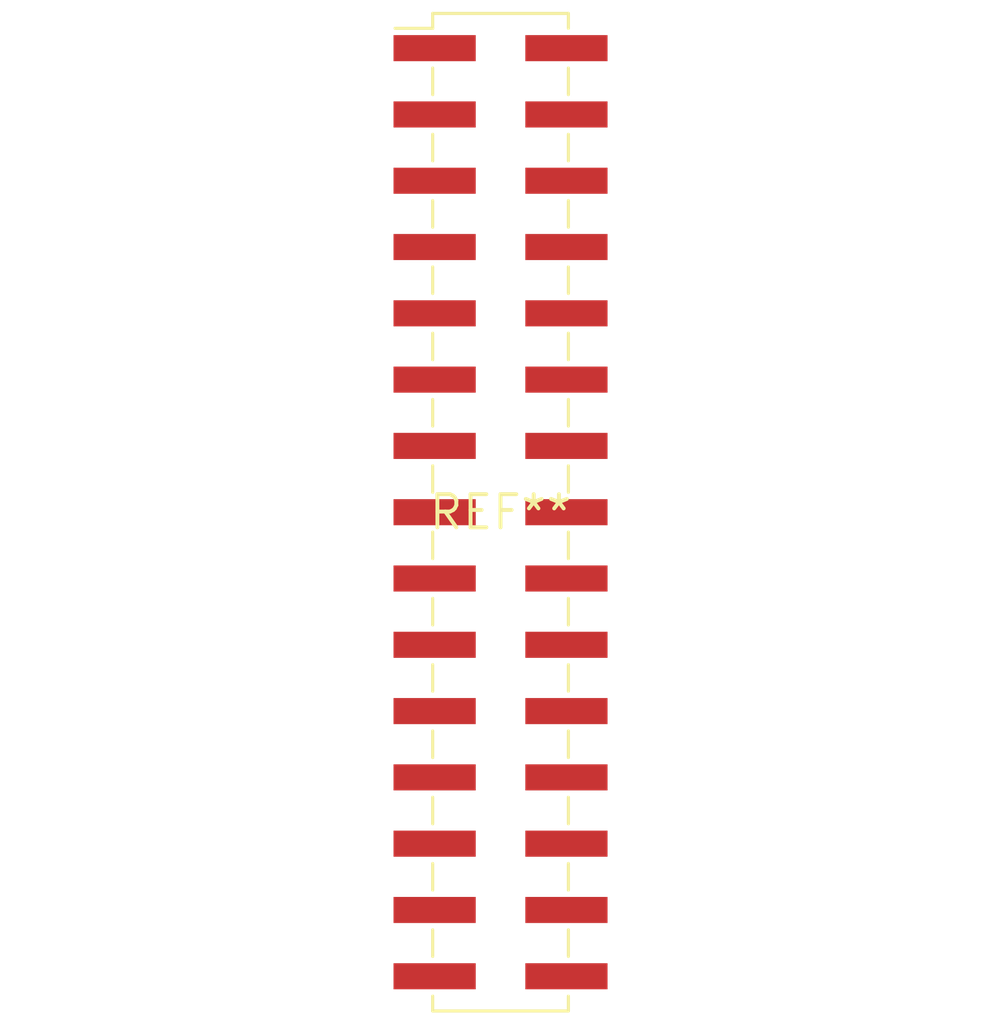
<source format=kicad_pcb>
(kicad_pcb (version 20240108) (generator pcbnew)
  (layers (0 "F.Cu" signal) (31 "B.Cu" signal) (34 "B.Paste" user) (35 "F.Paste" user) (36 "B.SilkS" user "B.Silkscreen") (37 "F.SilkS" user "F.Silkscreen") (38 "B.Mask" user) (39 "F.Mask" user) (44 "Edge.Cuts" user))
  (net 0 "")
  (footprint "PinHeader_2x15_P2.54mm_Vertical_SMD" (layer "F.Cu") (at 0 0)
    (property "Reference" "REF**")
    (property "Value" "PinHeader_2x15_P2.54mm_Vertical_SMD")
    (fp_line (start -4.04 -18.54) (end -2.6 -18.54) (layer "F.SilkS") (stroke (width 0.12)))
    (fp_line (start -2.6 -19.11) (end -2.6 -18.54) (layer "F.SilkS") (stroke (width 0.12)))
    (fp_line (start -2.6 -19.11) (end 2.6 -19.11) (layer "F.SilkS") (stroke (width 0.12)))
    (fp_line (start -2.6 -17.02) (end -2.6 -16) (layer "F.SilkS") (stroke (width 0.12)))
    (fp_line (start -2.6 -14.48) (end -2.6 -13.46) (layer "F.SilkS") (stroke (width 0.12)))
    (fp_line (start -2.6 -11.94) (end -2.6 -10.92) (layer "F.SilkS") (stroke (width 0.12)))
    (fp_line (start -2.6 -9.4) (end -2.6 -8.38) (layer "F.SilkS") (stroke (width 0.12)))
    (fp_line (start -2.6 -6.86) (end -2.6 -5.84) (layer "F.SilkS") (stroke (width 0.12)))
    (fp_line (start -2.6 -4.32) (end -2.6 -3.3) (layer "F.SilkS") (stroke (width 0.12)))
    (fp_line (start -2.6 -1.78) (end -2.6 -0.76) (layer "F.SilkS") (stroke (width 0.12)))
    (fp_line (start -2.6 0.76) (end -2.6 1.78) (layer "F.SilkS") (stroke (width 0.12)))
    (fp_line (start -2.6 3.3) (end -2.6 4.32) (layer "F.SilkS") (stroke (width 0.12)))
    (fp_line (start -2.6 5.84) (end -2.6 6.86) (layer "F.SilkS") (stroke (width 0.12)))
    (fp_line (start -2.6 8.38) (end -2.6 9.4) (layer "F.SilkS") (stroke (width 0.12)))
    (fp_line (start -2.6 10.92) (end -2.6 11.94) (layer "F.SilkS") (stroke (width 0.12)))
    (fp_line (start -2.6 13.46) (end -2.6 14.48) (layer "F.SilkS") (stroke (width 0.12)))
    (fp_line (start -2.6 16) (end -2.6 17.02) (layer "F.SilkS") (stroke (width 0.12)))
    (fp_line (start -2.6 18.54) (end -2.6 19.11) (layer "F.SilkS") (stroke (width 0.12)))
    (fp_line (start -2.6 19.11) (end 2.6 19.11) (layer "F.SilkS") (stroke (width 0.12)))
    (fp_line (start 2.6 -19.11) (end 2.6 -18.54) (layer "F.SilkS") (stroke (width 0.12)))
    (fp_line (start 2.6 -17.02) (end 2.6 -16) (layer "F.SilkS") (stroke (width 0.12)))
    (fp_line (start 2.6 -14.48) (end 2.6 -13.46) (layer "F.SilkS") (stroke (width 0.12)))
    (fp_line (start 2.6 -11.94) (end 2.6 -10.92) (layer "F.SilkS") (stroke (width 0.12)))
    (fp_line (start 2.6 -9.4) (end 2.6 -8.38) (layer "F.SilkS") (stroke (width 0.12)))
    (fp_line (start 2.6 -6.86) (end 2.6 -5.84) (layer "F.SilkS") (stroke (width 0.12)))
    (fp_line (start 2.6 -4.32) (end 2.6 -3.3) (layer "F.SilkS") (stroke (width 0.12)))
    (fp_line (start 2.6 -1.78) (end 2.6 -0.76) (layer "F.SilkS") (stroke (width 0.12)))
    (fp_line (start 2.6 0.76) (end 2.6 1.78) (layer "F.SilkS") (stroke (width 0.12)))
    (fp_line (start 2.6 3.3) (end 2.6 4.32) (layer "F.SilkS") (stroke (width 0.12)))
    (fp_line (start 2.6 5.84) (end 2.6 6.86) (layer "F.SilkS") (stroke (width 0.12)))
    (fp_line (start 2.6 8.38) (end 2.6 9.4) (layer "F.SilkS") (stroke (width 0.12)))
    (fp_line (start 2.6 10.92) (end 2.6 11.94) (layer "F.SilkS") (stroke (width 0.12)))
    (fp_line (start 2.6 13.46) (end 2.6 14.48) (layer "F.SilkS") (stroke (width 0.12)))
    (fp_line (start 2.6 16) (end 2.6 17.02) (layer "F.SilkS") (stroke (width 0.12)))
    (fp_line (start 2.6 18.54) (end 2.6 19.11) (layer "F.SilkS") (stroke (width 0.12)))
    (pad "1" smd rect (at -2.525 -17.78) (size 3.15 1) (layers "F.Cu" "F.Paste" "F.Mask"))
    (pad "2" smd rect (at 2.525 -17.78) (size 3.15 1) (layers "F.Cu" "F.Paste" "F.Mask"))
    (pad "3" smd rect (at -2.525 -15.24) (size 3.15 1) (layers "F.Cu" "F.Paste" "F.Mask"))
    (pad "4" smd rect (at 2.525 -15.24) (size 3.15 1) (layers "F.Cu" "F.Paste" "F.Mask"))
    (pad "5" smd rect (at -2.525 -12.7) (size 3.15 1) (layers "F.Cu" "F.Paste" "F.Mask"))
    (pad "6" smd rect (at 2.525 -12.7) (size 3.15 1) (layers "F.Cu" "F.Paste" "F.Mask"))
    (pad "7" smd rect (at -2.525 -10.16) (size 3.15 1) (layers "F.Cu" "F.Paste" "F.Mask"))
    (pad "8" smd rect (at 2.525 -10.16) (size 3.15 1) (layers "F.Cu" "F.Paste" "F.Mask"))
    (pad "9" smd rect (at -2.525 -7.62) (size 3.15 1) (layers "F.Cu" "F.Paste" "F.Mask"))
    (pad "10" smd rect (at 2.525 -7.62) (size 3.15 1) (layers "F.Cu" "F.Paste" "F.Mask"))
    (pad "11" smd rect (at -2.525 -5.08) (size 3.15 1) (layers "F.Cu" "F.Paste" "F.Mask"))
    (pad "12" smd rect (at 2.525 -5.08) (size 3.15 1) (layers "F.Cu" "F.Paste" "F.Mask"))
    (pad "13" smd rect (at -2.525 -2.54) (size 3.15 1) (layers "F.Cu" "F.Paste" "F.Mask"))
    (pad "14" smd rect (at 2.525 -2.54) (size 3.15 1) (layers "F.Cu" "F.Paste" "F.Mask"))
    (pad "15" smd rect (at -2.525 0) (size 3.15 1) (layers "F.Cu" "F.Paste" "F.Mask"))
    (pad "16" smd rect (at 2.525 0) (size 3.15 1) (layers "F.Cu" "F.Paste" "F.Mask"))
    (pad "17" smd rect (at -2.525 2.54) (size 3.15 1) (layers "F.Cu" "F.Paste" "F.Mask"))
    (pad "18" smd rect (at 2.525 2.54) (size 3.15 1) (layers "F.Cu" "F.Paste" "F.Mask"))
    (pad "19" smd rect (at -2.525 5.08) (size 3.15 1) (layers "F.Cu" "F.Paste" "F.Mask"))
    (pad "20" smd rect (at 2.525 5.08) (size 3.15 1) (layers "F.Cu" "F.Paste" "F.Mask"))
    (pad "21" smd rect (at -2.525 7.62) (size 3.15 1) (layers "F.Cu" "F.Paste" "F.Mask"))
    (pad "22" smd rect (at 2.525 7.62) (size 3.15 1) (layers "F.Cu" "F.Paste" "F.Mask"))
    (pad "23" smd rect (at -2.525 10.16) (size 3.15 1) (layers "F.Cu" "F.Paste" "F.Mask"))
    (pad "24" smd rect (at 2.525 10.16) (size 3.15 1) (layers "F.Cu" "F.Paste" "F.Mask"))
    (pad "25" smd rect (at -2.525 12.7) (size 3.15 1) (layers "F.Cu" "F.Paste" "F.Mask"))
    (pad "26" smd rect (at 2.525 12.7) (size 3.15 1) (layers "F.Cu" "F.Paste" "F.Mask"))
    (pad "27" smd rect (at -2.525 15.24) (size 3.15 1) (layers "F.Cu" "F.Paste" "F.Mask"))
    (pad "28" smd rect (at 2.525 15.24) (size 3.15 1) (layers "F.Cu" "F.Paste" "F.Mask"))
    (pad "29" smd rect (at -2.525 17.78) (size 3.15 1) (layers "F.Cu" "F.Paste" "F.Mask"))
    (pad "30" smd rect (at 2.525 17.78) (size 3.15 1) (layers "F.Cu" "F.Paste" "F.Mask"))
  )
)
</source>
